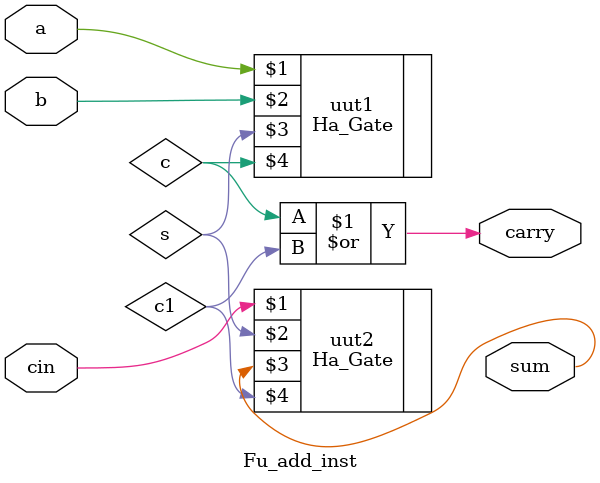
<source format=v>
`timescale 1ns / 1ps


module Fu_add_inst(input a,b,cin, output sum,carry
);
wire c,c1,s;
Ha_Gate uut1(a,b,s,c);
Ha_Gate uut2(cin,s,sum,c1);

assign carry = c|c1;
endmodule

</source>
